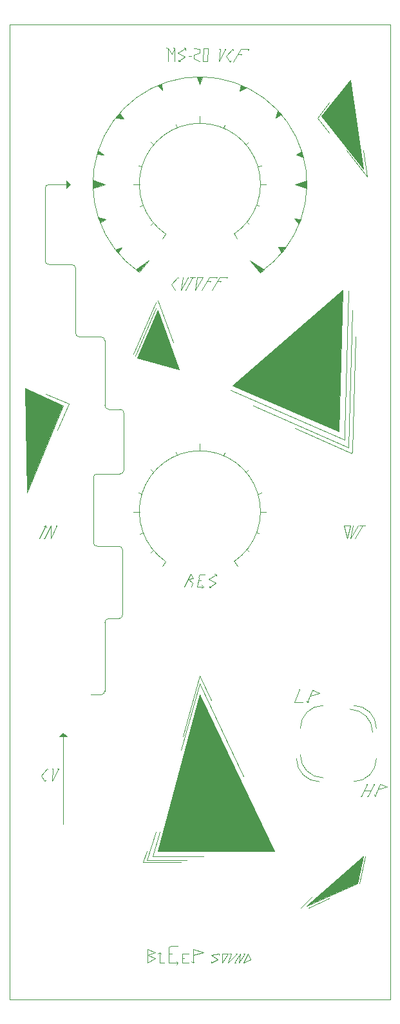
<source format=gto>
G04 #@! TF.GenerationSoftware,KiCad,Pcbnew,(6.0.6)*
G04 #@! TF.CreationDate,2022-10-26T13:57:36+02:00*
G04 #@! TF.ProjectId,MS20-VCF,4d533230-2d56-4434-962e-6b696361645f,rev?*
G04 #@! TF.SameCoordinates,Original*
G04 #@! TF.FileFunction,Legend,Top*
G04 #@! TF.FilePolarity,Positive*
%FSLAX46Y46*%
G04 Gerber Fmt 4.6, Leading zero omitted, Abs format (unit mm)*
G04 Created by KiCad (PCBNEW (6.0.6)) date 2022-10-26 13:57:36*
%MOMM*%
%LPD*%
G01*
G04 APERTURE LIST*
%ADD10C,0.120000*%
%ADD11C,0.100000*%
G04 #@! TA.AperFunction,Profile*
%ADD12C,0.050000*%
G04 #@! TD*
%ADD13O,6.700000X4.200000*%
G04 APERTURE END LIST*
D10*
X122100000Y-149300000D02*
X121100000Y-148900000D01*
X126900000Y-150500000D02*
X127100000Y-150700000D01*
X131700000Y-149500000D02*
X130900000Y-149500000D01*
X134300000Y-149500000D02*
X134700000Y-150300000D01*
X150700000Y-120400000D02*
G75*
G03*
X147700000Y-117400000I-3000000J0D01*
G01*
X141200000Y-123400000D02*
G75*
G03*
X144200000Y-126400000I3000000J0D01*
G01*
X148200000Y-126900000D02*
G75*
G03*
X151200000Y-123900000I0J3000000D01*
G01*
X140700000Y-123900000D02*
G75*
G03*
X143700000Y-126900000I3000000J0D01*
G01*
X144200000Y-116900000D02*
G75*
G03*
X141200000Y-119900000I0J-3000000D01*
G01*
X151200000Y-119900000D02*
G75*
G03*
X148200000Y-116900000I-3000000J0D01*
G01*
X107700000Y-93300000D02*
X107500000Y-93400000D01*
X115499999Y-77500001D02*
G75*
G03*
X115999999Y-78000001I500001J1D01*
G01*
X114830000Y-53330000D02*
X115580000Y-53050000D01*
X131350000Y-30750000D02*
X130550000Y-32350000D01*
X149550000Y-128100000D02*
X150400000Y-128100000D01*
G36*
X125250000Y-72750000D02*
G01*
X119750000Y-71250000D01*
X122500000Y-65000000D01*
X125250000Y-72750000D01*
G37*
X125250000Y-72750000D02*
X119750000Y-71250000D01*
X122500000Y-65000000D01*
X125250000Y-72750000D01*
X127200000Y-31450000D02*
X127200000Y-31950000D01*
X129250000Y-101400000D02*
X129250000Y-101200000D01*
X110750000Y-77250000D02*
X109250000Y-80750000D01*
X151700000Y-127200000D02*
X152600000Y-127600000D01*
X130150000Y-99700000D02*
X129150000Y-100300000D01*
X149200000Y-128800000D02*
X149100000Y-128800000D01*
X127100000Y-150700000D02*
X127100000Y-150500000D01*
X128450000Y-101300000D02*
X128250000Y-101500000D01*
X131950000Y-32400000D02*
X132050000Y-32250000D01*
X128500000Y-149300000D02*
X127100000Y-149700000D01*
X132500000Y-98000000D02*
X132950000Y-98610000D01*
G36*
X149500000Y-46500000D02*
G01*
X144000000Y-39500000D01*
X147750000Y-34750000D01*
X149500000Y-46500000D01*
G37*
X149500000Y-46500000D02*
X144000000Y-39500000D01*
X147750000Y-34750000D01*
X149500000Y-46500000D01*
X148100000Y-93300000D02*
X147800000Y-95000000D01*
X127625000Y-60650000D02*
X128425000Y-60650000D01*
X126100000Y-30650000D02*
X126100000Y-30850000D01*
X123800000Y-30650000D02*
X123800000Y-32350000D01*
X117500000Y-86500000D02*
X114500000Y-86500000D01*
X135889781Y-60075425D02*
G75*
G03*
X120000000Y-60000000I-7889782J11647508D01*
G01*
X111153553Y-59000000D02*
X108153553Y-59000000D01*
X132500000Y-55000000D02*
G75*
G03*
X123500000Y-55000000I-4500000J6572083D01*
G01*
X125200000Y-32350000D02*
X125400000Y-32350000D01*
X122500000Y-63750000D02*
X124500000Y-69250000D01*
X141450000Y-44350000D02*
X140670000Y-44590000D01*
X110453553Y-48500000D02*
X108153553Y-48500000D01*
X135800000Y-51300000D02*
X135490000Y-51190000D01*
X129150000Y-100300000D02*
X130050000Y-100800000D01*
X124725000Y-62350000D02*
X124825000Y-62250000D01*
X146900000Y-93300000D02*
X147800000Y-93300000D01*
X122720000Y-35400000D02*
X123030000Y-36160000D01*
X133300000Y-149500000D02*
X132500000Y-150700000D01*
X124300000Y-148500000D02*
X125100000Y-148500000D01*
G36*
X141600000Y-44900000D02*
G01*
X140670000Y-44590000D01*
X141350000Y-44150000D01*
X141600000Y-44900000D01*
G37*
X141600000Y-44900000D02*
X140670000Y-44590000D01*
X141350000Y-44150000D01*
X141600000Y-44900000D01*
X112153553Y-68500000D02*
X115000000Y-68500000D01*
X124225000Y-61600000D02*
X124725000Y-62350000D01*
X117100000Y-57300000D02*
X117720000Y-56800000D01*
X117346446Y-105500001D02*
X116000000Y-105500001D01*
X133900000Y-149500000D02*
X133700000Y-149500000D01*
X127200000Y-31950000D02*
X128000000Y-32350000D01*
X125200000Y-32350000D02*
X125200000Y-32150000D01*
X107900000Y-125200000D02*
X107100000Y-126100000D01*
X141200000Y-53300000D02*
X140430000Y-53020000D01*
X117500000Y-86500000D02*
G75*
G03*
X118000000Y-86000000I0J500000D01*
G01*
X150000000Y-127200000D02*
X149900000Y-127200000D01*
X127050000Y-100800000D02*
X126850000Y-101300000D01*
X129325000Y-61300000D02*
X129425000Y-61200000D01*
X133100000Y-150700000D02*
X133900000Y-149500000D01*
X122700000Y-150700000D02*
X123300000Y-150700000D01*
X129225000Y-60650000D02*
X128225000Y-62350000D01*
X128000000Y-34400000D02*
X128000000Y-35400000D01*
X114570000Y-44340000D02*
X115340000Y-44580000D01*
X128450000Y-101300000D02*
X128250000Y-101100000D01*
X147400000Y-95000000D02*
X146900000Y-93300000D01*
X115999999Y-78000001D02*
X117500000Y-78000001D01*
X148000000Y-65000000D02*
X147500000Y-83000000D01*
X124700000Y-30650000D02*
X124500000Y-30550000D01*
X121750000Y-136750000D02*
X128500000Y-136750000D01*
X141100000Y-114800000D02*
X140400000Y-116500000D01*
X125700000Y-149500000D02*
X126500000Y-149500000D01*
X127200000Y-30650000D02*
X128000000Y-30750000D01*
X147500000Y-83000000D02*
X135000000Y-77500000D01*
X134300000Y-149500000D02*
X133700000Y-150700000D01*
X118000000Y-86000000D02*
X118000000Y-78500001D01*
X119900000Y-89000000D02*
X120360000Y-89140000D01*
X107600000Y-95000000D02*
X107500000Y-95000000D01*
X125500000Y-122750000D02*
X128000000Y-114000000D01*
X125775000Y-60650000D02*
X125475000Y-62350000D01*
X127375000Y-62350000D02*
X127625000Y-60650000D01*
X130050000Y-100800000D02*
X129250000Y-101400000D01*
X115000000Y-115500000D02*
G75*
G03*
X115500000Y-115000000I0J500000D01*
G01*
X148000000Y-83500000D02*
X147990000Y-83770000D01*
X120500000Y-137500000D02*
X121000000Y-136000000D01*
X127150000Y-100200000D02*
X126450000Y-100300000D01*
X107600000Y-126800000D02*
X107700000Y-126700000D01*
X108700000Y-125200000D02*
X108600000Y-126800000D01*
X130150000Y-99700000D02*
X130150000Y-99900000D01*
X122700000Y-149300000D02*
X122700000Y-150700000D01*
X149000000Y-93300000D02*
X149700000Y-93300000D01*
G36*
X137750000Y-136000000D02*
G01*
X122500000Y-136000000D01*
X128000000Y-115500000D01*
X137750000Y-136000000D01*
G37*
X137750000Y-136000000D02*
X122500000Y-136000000D01*
X128000000Y-115500000D01*
X137750000Y-136000000D01*
X114000000Y-87000000D02*
X114000000Y-95500000D01*
X121000000Y-137250000D02*
X122250000Y-133500000D01*
X138960000Y-57240000D02*
X138310000Y-56730000D01*
X124700000Y-30650000D02*
X124300000Y-31350000D01*
X142750000Y-142000000D02*
X141250000Y-143500000D01*
X120100000Y-51400000D02*
X120540000Y-51240000D01*
X123900000Y-148900000D02*
X123900000Y-150700000D01*
X134390000Y-42900000D02*
X134040000Y-43220000D01*
X126750000Y-99600000D02*
X127150000Y-100200000D01*
X129225000Y-60650000D02*
X130275000Y-60650000D01*
X131700000Y-150700000D02*
X132900000Y-149500000D01*
X129500000Y-149700000D02*
X130300000Y-150300000D01*
X142250000Y-143500000D02*
X145000000Y-142250000D01*
X124300000Y-31350000D02*
X123800000Y-30650000D01*
X110000000Y-132500000D02*
X110000000Y-121000000D01*
X134430000Y-96640000D02*
X134190000Y-96440000D01*
X115499999Y-77500001D02*
X115499999Y-69000001D01*
X122750000Y-133500000D02*
X121750000Y-136750000D01*
X117846446Y-105000001D02*
X117846446Y-96500001D01*
X128000000Y-83461611D02*
X128000000Y-82500000D01*
X132500000Y-150700000D02*
X132700000Y-150700000D01*
X115500000Y-69000000D02*
G75*
G03*
X115000000Y-68500000I-500000J0D01*
G01*
X124700000Y-30650000D02*
X124700000Y-32350000D01*
X132900000Y-149500000D02*
X132700000Y-149500000D01*
X108400000Y-95000000D02*
X109200000Y-93300000D01*
G36*
X115340000Y-44580000D02*
G01*
X114500000Y-44500000D01*
X114650000Y-44050000D01*
X115340000Y-44580000D01*
G37*
X115340000Y-44580000D02*
X114500000Y-44500000D01*
X114650000Y-44050000D01*
X115340000Y-44580000D01*
X127100000Y-150700000D02*
X127300000Y-150500000D01*
G36*
X138750000Y-57500000D02*
G01*
X138310000Y-56730000D01*
X139350000Y-56700000D01*
X138750000Y-57500000D01*
G37*
X138750000Y-57500000D02*
X138310000Y-56730000D01*
X139350000Y-56700000D01*
X138750000Y-57500000D01*
X126750000Y-99600000D02*
X125950000Y-101300000D01*
X150000000Y-127200000D02*
X149200000Y-128800000D01*
X123500000Y-55000000D02*
X123040000Y-55590000D01*
X120100000Y-94400000D02*
X120540000Y-94240000D01*
X115500000Y-106000001D02*
X115500000Y-115000000D01*
X134430000Y-53640000D02*
X134190000Y-53440000D01*
X149500000Y-44000000D02*
X150000000Y-47500000D01*
X125500000Y-137500000D02*
X120500000Y-137500000D01*
X151000000Y-128800000D02*
X150900000Y-128600000D01*
X125075000Y-60650000D02*
X125175000Y-60750000D01*
X122250000Y-64000000D02*
X119250000Y-70750000D01*
X133375000Y-31450000D02*
X133475000Y-31350000D01*
X121500000Y-96800000D02*
X121850000Y-96510000D01*
X119290000Y-48500000D02*
X120061612Y-48500000D01*
X131300000Y-40700000D02*
X131140000Y-41080000D01*
X108400000Y-93300000D02*
X108400000Y-95000000D01*
X119900000Y-46000000D02*
X120360000Y-46140000D01*
X114000000Y-95500000D02*
G75*
G03*
X114500000Y-96000000I500000J0D01*
G01*
G36*
X142050000Y-49000000D02*
G01*
X140500000Y-48500000D01*
X142050000Y-47950000D01*
X142050000Y-49000000D01*
G37*
X142050000Y-49000000D02*
X140500000Y-48500000D01*
X142050000Y-47950000D01*
X142050000Y-49000000D01*
X136100000Y-46000000D02*
X135640000Y-46140000D01*
X150000000Y-47500000D02*
X147250000Y-44000000D01*
X130650000Y-30750000D02*
X130550000Y-30750000D01*
X117999999Y-78500001D02*
G75*
G03*
X117500000Y-78000001I-499999J1D01*
G01*
X122700000Y-149300000D02*
X122900000Y-149500000D01*
X121100000Y-148900000D02*
X121100000Y-150700000D01*
X121100000Y-150700000D02*
X122100000Y-150100000D01*
X131450000Y-31650000D02*
X131950000Y-32400000D01*
X107653600Y-58500000D02*
G75*
G03*
X108153553Y-59000000I500000J0D01*
G01*
X107700000Y-93300000D02*
X107800000Y-93500000D01*
G36*
X123030000Y-36160000D02*
G01*
X122500000Y-35500000D01*
X122950000Y-35300000D01*
X123030000Y-36160000D01*
G37*
X123030000Y-36160000D02*
X122500000Y-35500000D01*
X122950000Y-35300000D01*
X123030000Y-36160000D01*
X111653600Y-59500000D02*
G75*
G03*
X111153553Y-59000000I-500000J0D01*
G01*
G36*
X138700000Y-39300000D02*
G01*
X138000000Y-39730000D01*
X138250000Y-38850000D01*
X138700000Y-39300000D01*
G37*
X138700000Y-39300000D02*
X138000000Y-39730000D01*
X138250000Y-38850000D01*
X138700000Y-39300000D01*
X108153553Y-48499953D02*
G75*
G03*
X107653553Y-49000000I47J-500047D01*
G01*
X133350000Y-30750000D02*
X134400000Y-30750000D01*
X147800000Y-95000000D02*
X148800000Y-93300000D01*
X131350000Y-30750000D02*
X131250000Y-30750000D01*
X130650000Y-30750000D02*
X130550000Y-32350000D01*
X150900000Y-127200000D02*
X150800000Y-127200000D01*
X119290000Y-91500000D02*
X120061612Y-91500000D01*
X148500000Y-68500000D02*
X148000000Y-83500000D01*
X124300000Y-148500000D02*
G75*
G03*
X123900000Y-148900000I0J-400000D01*
G01*
X125750000Y-121000000D02*
X128000000Y-113000000D01*
G36*
X117980000Y-39890000D02*
G01*
X116950000Y-39750000D01*
X117450000Y-39150000D01*
X117980000Y-39890000D01*
G37*
X117980000Y-39890000D02*
X116950000Y-39750000D01*
X117450000Y-39150000D01*
X117980000Y-39890000D01*
X125700000Y-150700000D02*
X126500000Y-150700000D01*
X127650000Y-101300000D02*
X128350000Y-101300000D01*
X142100000Y-116500000D02*
X142000000Y-116300000D01*
X129500000Y-150700000D02*
X129500000Y-150500000D01*
X147000000Y-82000000D02*
X132000000Y-75500000D01*
X114500000Y-96000000D02*
X117346447Y-96000000D01*
X142050000Y-48500000D02*
X140500000Y-48500000D01*
X130262500Y-61200000D02*
X130787500Y-61200000D01*
X132100000Y-149500000D02*
X131900000Y-149500000D01*
X130687500Y-61300000D02*
X130787500Y-61200000D01*
X134300000Y-30850000D02*
X134400000Y-30750000D01*
X125700000Y-149500000D02*
X125700000Y-150700000D01*
X123500000Y-98000000D02*
X123040000Y-98590000D01*
X133050000Y-31350000D02*
X133475000Y-31350000D01*
X123900000Y-150700000D02*
X125100000Y-150700000D01*
X150100000Y-128800000D02*
X150000000Y-128800000D01*
X152600000Y-127600000D02*
X151400000Y-127900000D01*
X126250000Y-137250000D02*
X121000000Y-137250000D01*
X130300000Y-150300000D02*
X129500000Y-150700000D01*
X107900000Y-125200000D02*
X108000000Y-125300000D01*
X143700000Y-115300000D02*
X142500000Y-115600000D01*
X122700000Y-149300000D02*
X122500000Y-149500000D01*
X138600000Y-39190000D02*
X138000000Y-39730000D01*
X107100000Y-126100000D02*
X107600000Y-126800000D01*
G36*
X134050000Y-35750000D02*
G01*
X133190000Y-36240000D01*
X133350000Y-35450000D01*
X134050000Y-35750000D01*
G37*
X134050000Y-35750000D02*
X133190000Y-36240000D01*
X133350000Y-35450000D01*
X134050000Y-35750000D01*
X141100000Y-114800000D02*
X141000000Y-114800000D01*
X131300000Y-83700000D02*
X131140000Y-84080000D01*
X117346446Y-105500046D02*
G75*
G03*
X117846446Y-105000001I-46J500046D01*
G01*
X127100000Y-148900000D02*
X127100000Y-150700000D01*
X132500000Y-55000000D02*
X132910000Y-55600000D01*
X125075000Y-60650000D02*
X124225000Y-61600000D01*
X133500000Y-35500000D02*
X133190000Y-36240000D01*
X125475000Y-62350000D02*
X126475000Y-60650000D01*
G36*
X136400000Y-59700000D02*
G01*
X135889781Y-60075425D01*
X134600000Y-58500000D01*
X136400000Y-59700000D01*
G37*
X136400000Y-59700000D02*
X135889781Y-60075425D01*
X134600000Y-58500000D01*
X136400000Y-59700000D01*
X132500000Y-98000000D02*
G75*
G03*
X123500000Y-98000000I-4500000J6572083D01*
G01*
X129100000Y-30650000D02*
X129000000Y-32350000D01*
X140500000Y-80500000D02*
X147990000Y-83770000D01*
X125700000Y-150100000D02*
X125900000Y-150100000D01*
X130900000Y-149500000D02*
X130900000Y-150700000D01*
X114500000Y-86500000D02*
G75*
G03*
X114000000Y-87000000I0J-500000D01*
G01*
X126000000Y-31750000D02*
X125200000Y-32350000D01*
X117846400Y-96500000D02*
G75*
G03*
X117346447Y-96000000I-500000J0D01*
G01*
X130150000Y-99700000D02*
X129950000Y-99600000D01*
X109400000Y-125200000D02*
X109300000Y-125200000D01*
G36*
X148750000Y-140250000D02*
G01*
X142000000Y-143250000D01*
X149500000Y-136750000D01*
X148750000Y-140250000D01*
G37*
X148750000Y-140250000D02*
X142000000Y-143250000D01*
X149500000Y-136750000D01*
X148750000Y-140250000D01*
X134600000Y-58500000D02*
X135889781Y-60075425D01*
X128000000Y-31250000D02*
X127200000Y-31450000D01*
X140400000Y-116500000D02*
X141500000Y-116500000D01*
D11*
G36*
X110953553Y-48500000D02*
G01*
X110453553Y-49000000D01*
X110453553Y-48000000D01*
X110953553Y-48500000D01*
G37*
X110953553Y-48500000D02*
X110453553Y-49000000D01*
X110453553Y-48000000D01*
X110953553Y-48500000D01*
D10*
G36*
X141250000Y-53050000D02*
G01*
X141050000Y-53650000D01*
X140430000Y-53020000D01*
X141250000Y-53050000D01*
G37*
X141250000Y-53050000D02*
X141050000Y-53650000D01*
X140430000Y-53020000D01*
X141250000Y-53050000D01*
X127100000Y-148900000D02*
X128500000Y-149300000D01*
X127850000Y-100500000D02*
X128150000Y-100500000D01*
X126100000Y-30650000D02*
X125100000Y-31250000D01*
X121500000Y-42900000D02*
X121910000Y-43250000D01*
X127075000Y-60650000D02*
X126075000Y-62350000D01*
X147800000Y-93300000D02*
X147400000Y-95000000D01*
X135944194Y-48500000D02*
X136715806Y-48500000D01*
X124800000Y-40600000D02*
X124990000Y-41050000D01*
X128000000Y-30750000D02*
X128000000Y-31250000D01*
X128000000Y-113000000D02*
X129500000Y-116250000D01*
X126675000Y-60650000D02*
X127375000Y-60650000D01*
X128250000Y-99700000D02*
X128650000Y-99700000D01*
X126500000Y-31650000D02*
X126900000Y-31650000D01*
X135944194Y-91500000D02*
X136715806Y-91500000D01*
X130500000Y-149500000D02*
X129500000Y-149700000D01*
X131537500Y-60750000D02*
X131637500Y-60650000D01*
X128900000Y-61200000D02*
X129425000Y-61200000D01*
X129250000Y-101400000D02*
X129450000Y-101400000D01*
X127850000Y-100100000D02*
X127650000Y-101300000D01*
X107600000Y-95000000D02*
X108400000Y-93300000D01*
X130500000Y-149500000D02*
X130500000Y-149700000D01*
G36*
X115630000Y-53050000D02*
G01*
X114900000Y-53450000D01*
X114700000Y-52850000D01*
X115630000Y-53050000D01*
G37*
X115630000Y-53050000D02*
X114900000Y-53450000D01*
X114700000Y-52850000D01*
X115630000Y-53050000D01*
G36*
X117250000Y-57500000D02*
G01*
X116850000Y-57000000D01*
X117720000Y-56800000D01*
X117250000Y-57500000D01*
G37*
X117250000Y-57500000D02*
X116850000Y-57000000D01*
X117720000Y-56800000D01*
X117250000Y-57500000D01*
X128000000Y-40461611D02*
X128000000Y-39500000D01*
G36*
X110000000Y-77500000D02*
G01*
X105250000Y-89000000D01*
X105000000Y-75250000D01*
X110000000Y-77500000D01*
G37*
X110000000Y-77500000D02*
X105250000Y-89000000D01*
X105000000Y-75250000D01*
X110000000Y-77500000D01*
D11*
G36*
X110500000Y-121000000D02*
G01*
X109500000Y-121000000D01*
X110000000Y-120500000D01*
X110500000Y-121000000D01*
G37*
X110500000Y-121000000D02*
X109500000Y-121000000D01*
X110000000Y-120500000D01*
X110500000Y-121000000D01*
D10*
X149750000Y-136750000D02*
X149000000Y-140250000D01*
X128500000Y-30650000D02*
X129100000Y-30650000D01*
X132250000Y-30750000D02*
X132350000Y-30850000D01*
X125100000Y-31250000D02*
X126000000Y-31750000D01*
X107750000Y-76000000D02*
X110750000Y-77250000D01*
X134390000Y-85900000D02*
X134040000Y-86220000D01*
X115000000Y-115500000D02*
X113653554Y-115500000D01*
X135800000Y-94300000D02*
X135490000Y-94190000D01*
X147500000Y-62500000D02*
X147000000Y-81000000D01*
G36*
X115500000Y-48500000D02*
G01*
X113950000Y-49000000D01*
X113950000Y-47900000D01*
X115500000Y-48500000D01*
G37*
X115500000Y-48500000D02*
X113950000Y-49000000D01*
X113950000Y-47900000D01*
X115500000Y-48500000D01*
X128400000Y-32350000D02*
X128500000Y-30650000D01*
X107653553Y-49000000D02*
X107653553Y-58500000D01*
X133350000Y-30750000D02*
X132350000Y-32400000D01*
X149400000Y-93300000D02*
X148400000Y-95000000D01*
G36*
X146258621Y-80896552D02*
G01*
X132258621Y-74896552D01*
X146758621Y-62396552D01*
X146258621Y-80896552D01*
G37*
X146258621Y-80896552D02*
X132258621Y-74896552D01*
X146758621Y-62396552D01*
X146258621Y-80896552D01*
X113950000Y-48500000D02*
X115500000Y-48500000D01*
X132250000Y-30750000D02*
X131450000Y-31650000D01*
X132100000Y-149500000D02*
X131700000Y-150700000D01*
X151700000Y-127200000D02*
X151000000Y-128800000D01*
X121500000Y-53800000D02*
X121850000Y-53510000D01*
G36*
X128000000Y-35400000D02*
G01*
X127600000Y-34400000D01*
X128350000Y-34400000D01*
X128000000Y-35400000D01*
G37*
X128000000Y-35400000D02*
X127600000Y-34400000D01*
X128350000Y-34400000D01*
X128000000Y-35400000D01*
X121500000Y-85900000D02*
X121910000Y-86250000D01*
X120000000Y-60000000D02*
X121300000Y-58500000D01*
X125100000Y-150700000D02*
X124900000Y-150500000D01*
X126100000Y-30650000D02*
X125900000Y-30550000D01*
G36*
X120000000Y-60000000D02*
G01*
X119600000Y-59700000D01*
X121300000Y-58500000D01*
X120000000Y-60000000D01*
G37*
X120000000Y-60000000D02*
X119600000Y-59700000D01*
X121300000Y-58500000D01*
X120000000Y-60000000D01*
X147000000Y-81000000D02*
X147000000Y-82000000D01*
X122100000Y-150100000D02*
X121100000Y-149700000D01*
X117300000Y-39300000D02*
X117980000Y-39890000D01*
X109400000Y-125200000D02*
X108600000Y-126800000D01*
X116000000Y-105500000D02*
G75*
G03*
X115500000Y-106000001I0J-500000D01*
G01*
X142300000Y-116400000D02*
X142100000Y-116500000D01*
X151200000Y-128700000D02*
X151000000Y-128800000D01*
X125100000Y-150700000D02*
X124900000Y-150900000D01*
X142800000Y-114900000D02*
X143700000Y-115300000D01*
X123800000Y-30650000D02*
X123600000Y-30550000D01*
X150900000Y-127200000D02*
X150100000Y-128800000D01*
X143500000Y-39750000D02*
X145000000Y-41750000D01*
X123900000Y-149500000D02*
X124300000Y-149500000D01*
X133700000Y-150700000D02*
X134700000Y-150300000D01*
X130587500Y-60650000D02*
X131637500Y-60650000D01*
X111653553Y-59500000D02*
X111653553Y-68000000D01*
X145000000Y-37750000D02*
X143500000Y-39750000D01*
X129000000Y-32350000D02*
X128400000Y-32350000D01*
X126450000Y-100300000D02*
X127050000Y-100800000D01*
X128250000Y-99700000D02*
G75*
G03*
X127850000Y-100100000I0J-400000D01*
G01*
X136100000Y-89000000D02*
X135640000Y-89140000D01*
X133300000Y-149500000D02*
X133100000Y-150700000D01*
X122250000Y-64750000D02*
X119500000Y-71000000D01*
X130175000Y-60750000D02*
X130275000Y-60650000D01*
X111653600Y-68000000D02*
G75*
G03*
X112153553Y-68500000I500000J0D01*
G01*
X124800000Y-83600000D02*
X124990000Y-84050000D01*
X121100000Y-149700000D02*
X122100000Y-149300000D01*
X142800000Y-114900000D02*
X142100000Y-116500000D01*
X106900000Y-95000000D02*
X107700000Y-93300000D01*
X109200000Y-93300000D02*
X109100000Y-93300000D01*
X128425000Y-60650000D02*
X127375000Y-62350000D01*
X130900000Y-150700000D02*
X131700000Y-149500000D01*
X108700000Y-125200000D02*
X108600000Y-125200000D01*
X128000000Y-114000000D02*
X133750000Y-126250000D01*
X130587500Y-60650000D02*
X129587500Y-62350000D01*
D12*
X153000000Y-27500000D02*
X153000000Y-155500000D01*
X103000000Y-27500000D02*
X102999999Y-155500000D01*
X153000000Y-155500000D02*
X102999999Y-155500000D01*
X103000000Y-27500000D02*
X153000000Y-27500000D01*
%LPC*%
D13*
X111000000Y-30500000D03*
X145000000Y-30500000D03*
X145000000Y-152500000D03*
X111000000Y-152500000D03*
M02*

</source>
